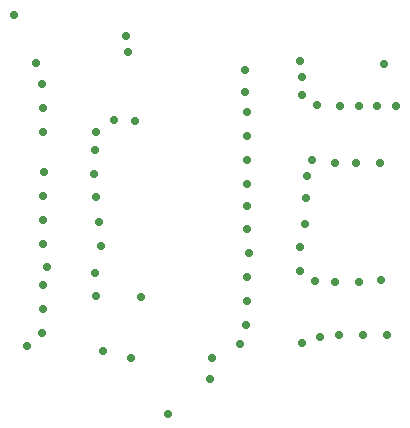
<source format=gbr>
%TF.GenerationSoftware,Altium Limited,Altium Designer,20.0.10 (225)*%
G04 Layer_Color=0*
%FSLAX26Y26*%
%MOIN*%
%TF.FileFunction,Plated,1,2,PTH,Drill*%
%TF.Part,CustomerPanel*%
G01*
G75*
%TA.AperFunction,ViaDrill,NotFilled*%
%ADD25C,0.028000*%
D25*
X3400000Y4444016D02*
D03*
X3405000Y4389016D02*
D03*
X3215000Y4414016D02*
D03*
X3221374Y4193958D02*
D03*
X3221390Y4273486D02*
D03*
X3215000Y4339016D02*
D03*
X3405000Y4329016D02*
D03*
X3437563Y4112756D02*
D03*
X3680000Y4434016D02*
D03*
X3665000Y4104016D02*
D03*
X3221083Y3960108D02*
D03*
X3585000Y4104016D02*
D03*
X3515000D02*
D03*
X3217382Y3565090D02*
D03*
X3405000Y3504016D02*
D03*
X3100000Y3384016D02*
D03*
X3105000Y3454016D02*
D03*
X3594022Y3706207D02*
D03*
X3514494D02*
D03*
X3530069Y3530085D02*
D03*
X3609593Y3529304D02*
D03*
X3689120D02*
D03*
X3670000Y3714016D02*
D03*
X3655000Y4294016D02*
D03*
X3595000D02*
D03*
X3530672Y4294282D02*
D03*
X3720000Y4294016D02*
D03*
X3454254Y4298192D02*
D03*
X3221260Y4114431D02*
D03*
X3220781Y4034905D02*
D03*
X3221796Y3882434D02*
D03*
X3229057Y3803238D02*
D03*
X3220781Y3724142D02*
D03*
X3221390Y3644617D02*
D03*
X3200000Y3499016D02*
D03*
X3465000Y3524016D02*
D03*
X3450000Y3709016D02*
D03*
X3397684Y3743961D02*
D03*
X3397417Y3823488D02*
D03*
X3416787Y3900646D02*
D03*
X3419192Y3985761D02*
D03*
X3422292Y4060979D02*
D03*
X2820551Y4528543D02*
D03*
X2445551Y4598543D02*
D03*
X2520551Y4438543D02*
D03*
X2490551Y3493543D02*
D03*
X2741457Y3478627D02*
D03*
X2850551Y4243543D02*
D03*
X2825551Y4473543D02*
D03*
X2835004Y3454902D02*
D03*
X2868747Y3655792D02*
D03*
X2545704Y4072899D02*
D03*
X2542100Y3993454D02*
D03*
Y3913926D02*
D03*
X2542177Y3834398D02*
D03*
X2556171Y3756112D02*
D03*
X2735551Y3828543D02*
D03*
X2730551Y3908543D02*
D03*
X2718542Y3989039D02*
D03*
X2712878Y4068365D02*
D03*
X2717140Y4147778D02*
D03*
X2542100Y3696453D02*
D03*
X2542709Y3616928D02*
D03*
X2539520Y3537464D02*
D03*
X2719457Y3659052D02*
D03*
X2714348Y3738415D02*
D03*
X2539520Y4367766D02*
D03*
X2542709Y4288302D02*
D03*
X2542100Y4208777D02*
D03*
X2719003Y4208892D02*
D03*
X2960551Y3268543D02*
D03*
X2780551Y4248543D02*
D03*
%TF.MD5,87b4ac170a7059334e39f4cf5e26eb48*%
M02*

</source>
